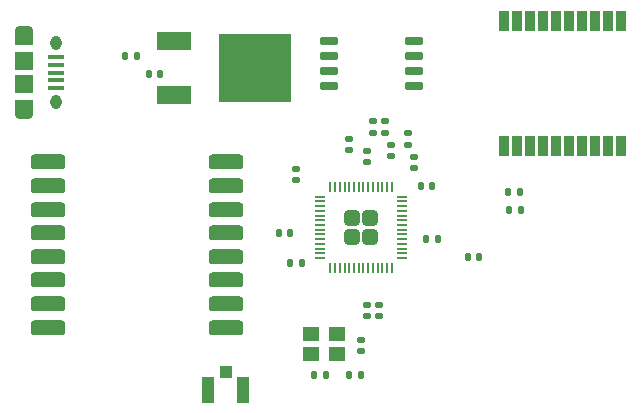
<source format=gbr>
%TF.GenerationSoftware,KiCad,Pcbnew,8.0.4*%
%TF.CreationDate,2024-08-04T17:25:46-04:00*%
%TF.ProjectId,board,626f6172-642e-46b6-9963-61645f706362,rev?*%
%TF.SameCoordinates,Original*%
%TF.FileFunction,Paste,Top*%
%TF.FilePolarity,Positive*%
%FSLAX46Y46*%
G04 Gerber Fmt 4.6, Leading zero omitted, Abs format (unit mm)*
G04 Created by KiCad (PCBNEW 8.0.4) date 2024-08-04 17:25:46*
%MOMM*%
%LPD*%
G01*
G04 APERTURE LIST*
G04 Aperture macros list*
%AMRoundRect*
0 Rectangle with rounded corners*
0 $1 Rounding radius*
0 $2 $3 $4 $5 $6 $7 $8 $9 X,Y pos of 4 corners*
0 Add a 4 corners polygon primitive as box body*
4,1,4,$2,$3,$4,$5,$6,$7,$8,$9,$2,$3,0*
0 Add four circle primitives for the rounded corners*
1,1,$1+$1,$2,$3*
1,1,$1+$1,$4,$5*
1,1,$1+$1,$6,$7*
1,1,$1+$1,$8,$9*
0 Add four rect primitives between the rounded corners*
20,1,$1+$1,$2,$3,$4,$5,0*
20,1,$1+$1,$4,$5,$6,$7,0*
20,1,$1+$1,$6,$7,$8,$9,0*
20,1,$1+$1,$8,$9,$2,$3,0*%
G04 Aperture macros list end*
%ADD10R,1.000000X1.050000*%
%ADD11R,1.050000X2.200000*%
%ADD12RoundRect,0.140000X-0.170000X0.140000X-0.170000X-0.140000X0.170000X-0.140000X0.170000X0.140000X0*%
%ADD13RoundRect,0.135000X-0.185000X0.135000X-0.185000X-0.135000X0.185000X-0.135000X0.185000X0.135000X0*%
%ADD14RoundRect,0.140000X0.140000X0.170000X-0.140000X0.170000X-0.140000X-0.170000X0.140000X-0.170000X0*%
%ADD15RoundRect,0.140000X0.170000X-0.140000X0.170000X0.140000X-0.170000X0.140000X-0.170000X-0.140000X0*%
%ADD16RoundRect,0.135000X-0.135000X-0.185000X0.135000X-0.185000X0.135000X0.185000X-0.135000X0.185000X0*%
%ADD17RoundRect,0.317500X-1.157500X-0.317500X1.157500X-0.317500X1.157500X0.317500X-1.157500X0.317500X0*%
%ADD18RoundRect,0.140000X-0.140000X-0.170000X0.140000X-0.170000X0.140000X0.170000X-0.140000X0.170000X0*%
%ADD19RoundRect,0.150000X-0.650000X-0.150000X0.650000X-0.150000X0.650000X0.150000X-0.650000X0.150000X0*%
%ADD20O,1.550000X0.890000*%
%ADD21O,0.950000X1.250000*%
%ADD22R,1.350000X0.400000*%
%ADD23R,1.550000X1.200000*%
%ADD24R,1.550000X1.500000*%
%ADD25R,0.900000X1.800000*%
%ADD26RoundRect,0.249999X-0.395001X-0.395001X0.395001X-0.395001X0.395001X0.395001X-0.395001X0.395001X0*%
%ADD27RoundRect,0.050000X-0.387500X-0.050000X0.387500X-0.050000X0.387500X0.050000X-0.387500X0.050000X0*%
%ADD28RoundRect,0.050000X-0.050000X-0.387500X0.050000X-0.387500X0.050000X0.387500X-0.050000X0.387500X0*%
%ADD29R,1.400000X1.200000*%
%ADD30RoundRect,0.135000X0.135000X0.185000X-0.135000X0.185000X-0.135000X-0.185000X0.135000X-0.185000X0*%
%ADD31R,3.000000X1.600000*%
%ADD32R,6.200000X5.800000*%
G04 APERTURE END LIST*
D10*
%TO.C,J1*%
X60525000Y-62262500D03*
D11*
X59050000Y-63787500D03*
X62000000Y-63787500D03*
%TD*%
D12*
%TO.C,C5*%
X66500000Y-45020000D03*
X66500000Y-45980000D03*
%TD*%
D13*
%TO.C,R2*%
X73000000Y-40980000D03*
X73000000Y-42000000D03*
%TD*%
D14*
%TO.C,C15*%
X69000000Y-62500000D03*
X68040000Y-62500000D03*
%TD*%
D15*
%TO.C,C16*%
X72000000Y-60480000D03*
X72000000Y-59520000D03*
%TD*%
D16*
%TO.C,R8*%
X65980000Y-53000000D03*
X67000000Y-53000000D03*
%TD*%
D17*
%TO.C,U4*%
X45475000Y-44500000D03*
X45475000Y-46500000D03*
X45475000Y-48500000D03*
X45475000Y-50500000D03*
X45475000Y-52500000D03*
X45475000Y-54500000D03*
X45475000Y-56500000D03*
X45475000Y-58500000D03*
X60525000Y-58500000D03*
X60525000Y-56500000D03*
X60525000Y-54500000D03*
X60525000Y-52500000D03*
X60525000Y-50500000D03*
X60525000Y-48500000D03*
X60525000Y-46500000D03*
X60525000Y-44500000D03*
%TD*%
D12*
%TO.C,C9*%
X73500000Y-56540000D03*
X73500000Y-57500000D03*
%TD*%
D15*
%TO.C,C11*%
X74500000Y-44000000D03*
X74500000Y-43040000D03*
%TD*%
D18*
%TO.C,C12*%
X52040000Y-35500000D03*
X53000000Y-35500000D03*
%TD*%
D14*
%TO.C,C1*%
X78000000Y-46500000D03*
X77040000Y-46500000D03*
%TD*%
D19*
%TO.C,U2*%
X69300000Y-34190000D03*
X69300000Y-35460000D03*
X69300000Y-36730000D03*
X69300000Y-38000000D03*
X76500000Y-38000000D03*
X76500000Y-36730000D03*
X76500000Y-35460000D03*
X76500000Y-34190000D03*
%TD*%
D13*
%TO.C,R1*%
X73990000Y-40980000D03*
X73990000Y-42000000D03*
%TD*%
D16*
%TO.C,R7*%
X70980000Y-62500000D03*
X72000000Y-62500000D03*
%TD*%
D20*
%TO.C,J4*%
X43500000Y-33400000D03*
D21*
X46200000Y-34400000D03*
X46200000Y-39400000D03*
D20*
X43500000Y-40400000D03*
D22*
X46200000Y-35600000D03*
X46200000Y-36250000D03*
X46200000Y-36900000D03*
X46200000Y-37550000D03*
X46200000Y-38200000D03*
D23*
X43500000Y-34000000D03*
D24*
X43500000Y-35900000D03*
X43500000Y-37900000D03*
D23*
X43500000Y-39800000D03*
%TD*%
D25*
%TO.C,U5*%
X94000000Y-32500500D03*
X92900000Y-32500000D03*
X91800000Y-32500000D03*
X90700000Y-32500000D03*
X89600000Y-32500000D03*
X88500000Y-32500000D03*
X87400000Y-32500000D03*
X86300000Y-32500000D03*
X85200000Y-32500000D03*
X84100000Y-32500000D03*
X84100000Y-43128000D03*
X85200000Y-43128000D03*
X86300000Y-43128000D03*
X87400000Y-43128000D03*
X88500000Y-43128000D03*
X89600000Y-43128000D03*
X90700000Y-43128000D03*
X91800000Y-43128000D03*
X92900000Y-43128000D03*
X94000000Y-43128000D03*
%TD*%
D14*
%TO.C,C13*%
X54980000Y-37000000D03*
X54020000Y-37000000D03*
%TD*%
D26*
%TO.C,U1*%
X71200000Y-49200000D03*
X71200000Y-50800000D03*
X72800000Y-49200000D03*
X72800000Y-50800000D03*
D27*
X68562500Y-47400000D03*
X68562500Y-47800000D03*
X68562500Y-48200000D03*
X68562500Y-48600000D03*
X68562500Y-49000000D03*
X68562500Y-49400000D03*
X68562500Y-49800000D03*
X68562500Y-50200000D03*
X68562500Y-50600000D03*
X68562500Y-51000000D03*
X68562500Y-51400000D03*
X68562500Y-51800000D03*
X68562500Y-52200000D03*
X68562500Y-52600000D03*
D28*
X69400000Y-53437500D03*
X69800000Y-53437500D03*
X70200000Y-53437500D03*
X70600000Y-53437500D03*
X71000000Y-53437500D03*
X71400000Y-53437500D03*
X71800000Y-53437500D03*
X72200000Y-53437500D03*
X72600000Y-53437500D03*
X73000000Y-53437500D03*
X73400000Y-53437500D03*
X73800000Y-53437500D03*
X74200000Y-53437500D03*
X74600000Y-53437500D03*
D27*
X75437500Y-52600000D03*
X75437500Y-52200000D03*
X75437500Y-51800000D03*
X75437500Y-51400000D03*
X75437500Y-51000000D03*
X75437500Y-50600000D03*
X75437500Y-50200000D03*
X75437500Y-49800000D03*
X75437500Y-49400000D03*
X75437500Y-49000000D03*
X75437500Y-48600000D03*
X75437500Y-48200000D03*
X75437500Y-47800000D03*
X75437500Y-47400000D03*
D28*
X74600000Y-46562500D03*
X74200000Y-46562500D03*
X73800000Y-46562500D03*
X73400000Y-46562500D03*
X73000000Y-46562500D03*
X72600000Y-46562500D03*
X72200000Y-46562500D03*
X71800000Y-46562500D03*
X71400000Y-46562500D03*
X71000000Y-46562500D03*
X70600000Y-46562500D03*
X70200000Y-46562500D03*
X69800000Y-46562500D03*
X69400000Y-46562500D03*
%TD*%
D18*
%TO.C,C4*%
X65020000Y-50500000D03*
X65980000Y-50500000D03*
%TD*%
D14*
%TO.C,C2*%
X78480000Y-51000000D03*
X77520000Y-51000000D03*
%TD*%
D16*
%TO.C,R6*%
X84480000Y-47000000D03*
X85500000Y-47000000D03*
%TD*%
D29*
%TO.C,Y1*%
X67800000Y-60700000D03*
X70000000Y-60700000D03*
X70000000Y-59000000D03*
X67800000Y-59000000D03*
%TD*%
D12*
%TO.C,C6*%
X72500000Y-43520000D03*
X72500000Y-44480000D03*
%TD*%
%TO.C,C7*%
X76500000Y-44040000D03*
X76500000Y-45000000D03*
%TD*%
D15*
%TO.C,C8*%
X76000000Y-43000000D03*
X76000000Y-42040000D03*
%TD*%
D30*
%TO.C,R5*%
X85510000Y-48500000D03*
X84490000Y-48500000D03*
%TD*%
D15*
%TO.C,C10*%
X71000000Y-43480000D03*
X71000000Y-42520000D03*
%TD*%
%TO.C,C3*%
X72500000Y-57500000D03*
X72500000Y-56540000D03*
%TD*%
D18*
%TO.C,C14*%
X81020000Y-52500000D03*
X81980000Y-52500000D03*
%TD*%
D31*
%TO.C,U3*%
X56152000Y-34210000D03*
D32*
X63000000Y-36500000D03*
D31*
X56152000Y-38790000D03*
%TD*%
M02*

</source>
